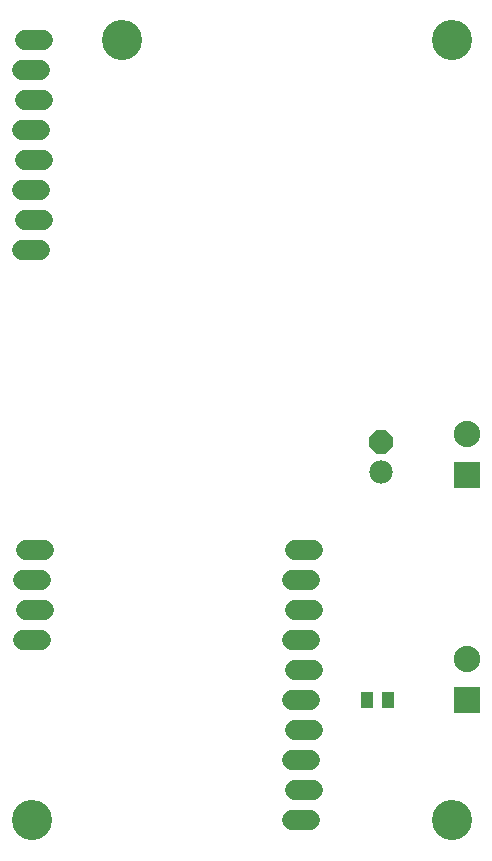
<source format=gbr>
G04 EAGLE Gerber RS-274X export*
G75*
%MOMM*%
%FSLAX34Y34*%
%LPD*%
%INSoldermask Bottom*%
%IPPOS*%
%AMOC8*
5,1,8,0,0,1.08239X$1,22.5*%
G01*
%ADD10C,3.403200*%
%ADD11C,1.727200*%
%ADD12R,2.235200X2.235200*%
%ADD13C,2.235200*%
%ADD14R,1.003200X1.403200*%
%ADD15P,2.144431X8X112.500000*%
%ADD16C,1.981200*%


D10*
X406400Y711200D03*
X127000Y711200D03*
X50800Y50800D03*
X406400Y50800D03*
D11*
X58420Y203200D02*
X43180Y203200D01*
X45720Y228600D02*
X60960Y228600D01*
X58420Y254000D02*
X43180Y254000D01*
X45720Y279400D02*
X60960Y279400D01*
X273050Y279400D02*
X288290Y279400D01*
X285750Y254000D02*
X270510Y254000D01*
X273050Y228600D02*
X288290Y228600D01*
X285750Y203200D02*
X270510Y203200D01*
X273050Y177800D02*
X288290Y177800D01*
X285750Y152400D02*
X270510Y152400D01*
X273050Y127000D02*
X288290Y127000D01*
X285750Y101600D02*
X270510Y101600D01*
X273050Y76200D02*
X288290Y76200D01*
X285750Y50800D02*
X270510Y50800D01*
D12*
X419100Y342900D03*
D13*
X419100Y377900D03*
D12*
X419100Y152400D03*
D13*
X419100Y187400D03*
D11*
X57150Y533400D02*
X41910Y533400D01*
X44450Y558800D02*
X59690Y558800D01*
X57150Y584200D02*
X41910Y584200D01*
X44450Y609600D02*
X59690Y609600D01*
X57150Y635000D02*
X41910Y635000D01*
X44450Y660400D02*
X59690Y660400D01*
X57150Y685800D02*
X41910Y685800D01*
X44450Y711200D02*
X59690Y711200D01*
D14*
X333900Y152400D03*
X351900Y152400D03*
D15*
X345900Y371000D03*
D16*
X345900Y345600D03*
M02*

</source>
